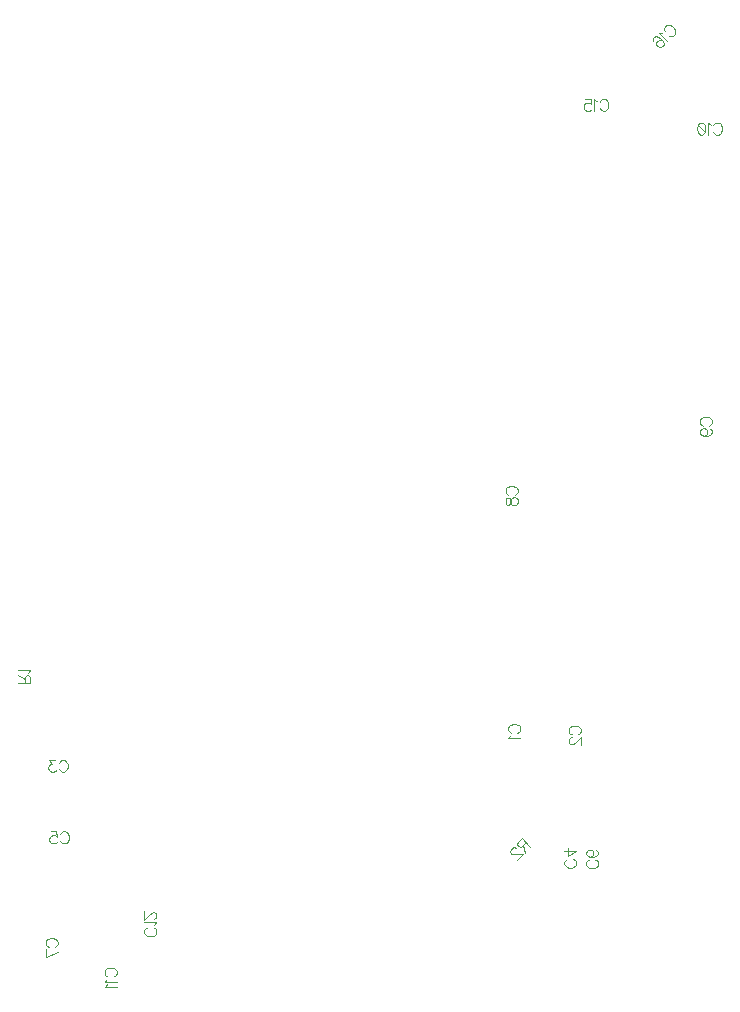
<source format=gbr>
G04 DipTrace 4.2.0.0*
G04 Bottom Silk.gbr*
%MOMM*%
G04 #@! TF.FileFunction,Legend,Bot*
G04 #@! TF.Part,Single*
%ADD123C,0.11111*%
%FSLAX35Y35*%
G04*
G71*
G90*
G75*
G01*
G04 BotSilk*
%LPD*%
X7051617Y4243253D2*
D123*
X7041958Y4248082D1*
X7032188Y4257853D1*
X7027358Y4267511D1*
Y4286940D1*
X7032188Y4296711D1*
X7041958Y4306370D1*
X7051617Y4311311D1*
X7066217Y4316140D1*
X7090588D1*
X7105075Y4311311D1*
X7114846Y4306370D1*
X7124504Y4296711D1*
X7129446Y4286940D1*
Y4267511D1*
X7124504Y4257853D1*
X7114846Y4248082D1*
X7105075Y4243253D1*
X7046900Y4221030D2*
X7041958Y4211260D1*
X7027471Y4196660D1*
X7129446D1*
X7563344Y4230040D2*
X7553686Y4234869D1*
X7543915Y4244640D1*
X7539085Y4254298D1*
Y4273727D1*
X7543914Y4283498D1*
X7553685Y4293157D1*
X7563343Y4298098D1*
X7577943Y4302928D1*
X7602314D1*
X7616801Y4298099D1*
X7626572Y4293158D1*
X7636231Y4283500D1*
X7641173Y4273729D1*
Y4254300D1*
X7636232Y4244641D1*
X7626573Y4234870D1*
X7616803Y4230041D1*
X7563457Y4202876D2*
X7558628D1*
X7548857Y4198047D1*
X7544028Y4193217D1*
X7539199Y4183446D1*
Y4164017D1*
X7544029Y4154359D1*
X7548858Y4149530D1*
X7558629Y4144588D1*
X7568287Y4144589D1*
X7578058Y4149530D1*
X7592546Y4159189D1*
X7641174Y4207819D1*
X7641175Y4139761D1*
X3223406Y3988863D2*
X3228236Y3998522D1*
X3238006Y4008292D1*
X3247665Y4013122D1*
X3267094D1*
X3276865Y4008292D1*
X3286523Y3998522D1*
X3291465Y3988863D1*
X3296294Y3974263D1*
Y3949892D1*
X3291465Y3935405D1*
X3286523Y3925634D1*
X3276865Y3915976D1*
X3267094Y3911034D1*
X3247665D1*
X3238006Y3915976D1*
X3228236Y3925634D1*
X3223406Y3935405D1*
X3191414Y4013009D2*
X3138067D1*
X3167155Y3974151D1*
X3152555D1*
X3142897Y3969322D1*
X3138067Y3964492D1*
X3133126Y3949892D1*
Y3940234D1*
X3138067Y3925634D1*
X3147726Y3915863D1*
X3162326Y3911034D1*
X3176926D1*
X3191414Y3915863D1*
X3196243Y3920805D1*
X3201184Y3930463D1*
X7578767Y3173812D2*
X7588425Y3168983D1*
X7598196Y3159212D1*
X7603025Y3149554D1*
Y3130125D1*
X7598196Y3120354D1*
X7588425Y3110695D1*
X7578767Y3105754D1*
X7564167Y3100925D1*
X7539796D1*
X7525308Y3105754D1*
X7515537Y3110695D1*
X7505879Y3120354D1*
X7500937Y3130125D1*
Y3149554D1*
X7505879Y3159212D1*
X7515537Y3168983D1*
X7525308Y3173812D1*
X7500937Y3244664D2*
X7602913D1*
X7534967Y3196034D1*
Y3268922D1*
X3233406Y3383997D2*
X3238236Y3393655D1*
X3248006Y3403426D1*
X3257665Y3408255D1*
X3277094D1*
X3286865Y3403426D1*
X3296523Y3393655D1*
X3301465Y3383997D1*
X3306294Y3369397D1*
Y3345026D1*
X3301465Y3330538D1*
X3296523Y3320767D1*
X3286865Y3311109D1*
X3277094Y3306167D1*
X3257665D1*
X3248006Y3311109D1*
X3238236Y3320767D1*
X3233406Y3330538D1*
X3152897Y3408143D2*
X3201414D1*
X3206243Y3364455D1*
X3201414Y3369284D1*
X3186814Y3374226D1*
X3172326D1*
X3157726Y3369284D1*
X3147955Y3359626D1*
X3143126Y3345026D1*
Y3335367D1*
X3147955Y3320767D1*
X3157726Y3310997D1*
X3172326Y3306167D1*
X3186814D1*
X3201414Y3310997D1*
X3206243Y3315938D1*
X3211184Y3325597D1*
X7763597Y3168698D2*
X7773255Y3163868D1*
X7783026Y3154098D1*
X7787855Y3144439D1*
Y3125010D1*
X7783026Y3115239D1*
X7773255Y3105581D1*
X7763597Y3100639D1*
X7748997Y3095810D1*
X7724626D1*
X7710138Y3100639D1*
X7700367Y3105581D1*
X7690709Y3115239D1*
X7685767Y3125010D1*
Y3144439D1*
X7690709Y3154098D1*
X7700367Y3163868D1*
X7710138Y3168698D1*
X7773255Y3249208D2*
X7782914Y3244378D1*
X7787743Y3229778D1*
Y3220120D1*
X7782914Y3205520D1*
X7768314Y3195749D1*
X7744055Y3190920D1*
X7719797D1*
X7700367Y3195749D1*
X7690597Y3205520D1*
X7685767Y3220120D1*
Y3224949D1*
X7690597Y3239437D1*
X7700367Y3249208D1*
X7714967Y3254037D1*
X7719797D1*
X7734397Y3249208D1*
X7744055Y3239437D1*
X7748884Y3224949D1*
Y3220120D1*
X7744055Y3205520D1*
X7734397Y3195749D1*
X7719797Y3190920D1*
X3135987Y2430370D2*
X3126328Y2435199D1*
X3116558Y2444970D1*
X3111728Y2454628D1*
Y2474058D1*
X3116558Y2483828D1*
X3126328Y2493487D1*
X3135987Y2498428D1*
X3150587Y2503258D1*
X3174958D1*
X3189445Y2498428D1*
X3199216Y2493487D1*
X3208874Y2483828D1*
X3213816Y2474058D1*
Y2454628D1*
X3208874Y2444970D1*
X3199216Y2435199D1*
X3189445Y2430370D1*
X3213816Y2388718D2*
X3111841Y2340089D1*
Y2408148D1*
X7028806Y6258664D2*
X7019148Y6263493D1*
X7009377Y6273263D1*
X7004547Y6282921D1*
Y6302351D1*
X7009375Y6312122D1*
X7019146Y6321780D1*
X7028804Y6326722D1*
X7043404Y6331552D1*
X7067775Y6331553D1*
X7082263Y6326724D1*
X7092034Y6321783D1*
X7101692Y6312125D1*
X7106634Y6302354D1*
X7106635Y6282925D1*
X7101694Y6273266D1*
X7092036Y6263495D1*
X7082265Y6258666D1*
X7004662Y6212182D2*
X7009491Y6226670D1*
X7019149Y6231612D1*
X7028920D1*
X7038578Y6226671D1*
X7043520Y6217013D1*
X7048350Y6197584D1*
X7053180Y6182984D1*
X7062951Y6173326D1*
X7072609Y6168497D1*
X7087209D1*
X7096868Y6173327D1*
X7101809Y6178156D1*
X7106638Y6192756D1*
X7106637Y6212186D1*
X7101808Y6226673D1*
X7096866Y6231615D1*
X7087207Y6236444D1*
X7072607Y6236443D1*
X7062949Y6231613D1*
X7053178Y6221842D1*
X7048350Y6207355D1*
X7043521Y6187925D1*
X7038580Y6178154D1*
X7028922Y6173325D1*
X7019151Y6173324D1*
X7009492Y6178153D1*
X7004662Y6192753D1*
Y6212182D1*
X8673221Y6844022D2*
X8663563Y6848851D1*
X8653792Y6858621D1*
X8648962Y6868280D1*
Y6887709D1*
X8653791Y6897480D1*
X8663562Y6907138D1*
X8673220Y6912080D1*
X8687820Y6916910D1*
X8712191D1*
X8726678Y6912081D1*
X8736449Y6907140D1*
X8746108Y6897482D1*
X8751050Y6887711D1*
Y6868282D1*
X8746109Y6858623D1*
X8736450Y6848852D1*
X8726680Y6844023D1*
X8682993Y6758570D2*
X8697593Y6763512D1*
X8707364Y6773171D1*
X8712193Y6787771D1*
Y6792600D1*
X8707363Y6807200D1*
X8697592Y6816858D1*
X8682992Y6821800D1*
X8678163D1*
X8663563Y6816858D1*
X8653905Y6807199D1*
X8649076Y6792599D1*
Y6787770D1*
X8653906Y6773170D1*
X8663564Y6763512D1*
X8682993Y6758570D1*
X8707364Y6758571D1*
X8731623Y6763513D1*
X8746222Y6773172D1*
X8751051Y6787772D1*
Y6797430D1*
X8746222Y6812030D1*
X8736451Y6816859D1*
X8763772Y9385025D2*
X8768601Y9394684D1*
X8778372Y9404455D1*
X8788030Y9409284D1*
X8807460D1*
X8817230Y9404455D1*
X8826889Y9394685D1*
X8831831Y9385027D1*
X8836660Y9370427D1*
X8836661Y9346056D1*
X8831832Y9331568D1*
X8826891Y9321797D1*
X8817232Y9312138D1*
X8807462Y9307197D1*
X8788033Y9307196D1*
X8778374Y9312138D1*
X8768603Y9321796D1*
X8763774Y9331567D1*
X8741550Y9389741D2*
X8731779Y9394683D1*
X8717179Y9409170D1*
X8717181Y9307195D1*
X8665757Y9409169D2*
X8680357Y9404340D1*
X8690128Y9389740D1*
X8694958Y9365482D1*
Y9350882D1*
X8690129Y9326623D1*
X8680359Y9312023D1*
X8665759Y9307194D1*
X8656100Y9307193D1*
X8641500Y9312022D1*
X8631842Y9326622D1*
X8626899Y9350880D1*
Y9365480D1*
X8631840Y9389739D1*
X8641498Y9404339D1*
X8656098Y9409169D1*
X8665757D1*
X8631840Y9389739D2*
X8690129Y9326623D1*
X3634222Y2181353D2*
X3624564Y2186182D1*
X3614793Y2195952D1*
X3609963Y2205611D1*
Y2225040D1*
X3614792Y2234811D1*
X3624563Y2244469D1*
X3634221Y2249411D1*
X3648821Y2254240D1*
X3673192Y2254241D1*
X3687679Y2249412D1*
X3697450Y2244471D1*
X3707109Y2234812D1*
X3712051Y2225042D1*
Y2205612D1*
X3707110Y2195954D1*
X3697451Y2186183D1*
X3687681Y2181354D1*
X3629506Y2159130D2*
X3624564Y2149359D1*
X3610077Y2134759D1*
X3712052Y2134761D1*
X3629506Y2112537D2*
X3624565Y2102766D1*
X3610078Y2088166D1*
X3712053Y2088168D1*
X4024323Y2592937D2*
X4033982Y2588108D1*
X4043752Y2578337D1*
X4048582Y2568679D1*
Y2549249D1*
X4043752Y2539479D1*
X4033982Y2529820D1*
X4024323Y2524879D1*
X4009723Y2520049D1*
X3985352D1*
X3970865Y2524879D1*
X3961094Y2529820D1*
X3951436Y2539479D1*
X3946494Y2549249D1*
Y2568679D1*
X3951436Y2578337D1*
X3961094Y2588108D1*
X3970865Y2592937D1*
X4029040Y2615159D2*
X4033982Y2624930D1*
X4048469Y2639530D1*
X3946494D1*
X4024211Y2666694D2*
X4029040D1*
X4038811Y2671523D1*
X4043640Y2676352D1*
X4048469Y2686123D1*
Y2705552D1*
X4043640Y2715211D1*
X4038811Y2720040D1*
X4029040Y2724981D1*
X4019382D1*
X4009611Y2720040D1*
X3995123Y2710381D1*
X3946494Y2661752D1*
Y2729811D1*
X7802999Y9585764D2*
X7807828Y9595423D1*
X7817599Y9605194D1*
X7827257Y9610023D1*
X7846686Y9610024D1*
X7856457Y9605195D1*
X7866116Y9595424D1*
X7871058Y9585766D1*
X7875888Y9571166D1*
Y9546795D1*
X7871059Y9532307D1*
X7866118Y9522537D1*
X7856460Y9512878D1*
X7846689Y9507936D1*
X7827260Y9507935D1*
X7817602Y9512877D1*
X7807831Y9522535D1*
X7803001Y9532305D1*
X7780777Y9590480D2*
X7771006Y9595421D1*
X7756406Y9609909D1*
X7756409Y9507933D1*
X7675896Y9609906D2*
X7724413Y9609908D1*
X7729243Y9566220D1*
X7724414Y9571049D1*
X7709814Y9575990D1*
X7695326D1*
X7680726Y9571048D1*
X7670956Y9561389D1*
X7666127Y9546789D1*
Y9537131D1*
X7670957Y9522531D1*
X7680728Y9512760D1*
X7695328Y9507932D1*
X7709816D1*
X7724416Y9512762D1*
X7729245Y9517703D1*
X7734186Y9527362D1*
X8350286Y10183666D2*
X8346871Y10193910D1*
Y10207728D1*
X8350285Y10217972D1*
X8364024Y10231711D1*
X8374347Y10235206D1*
X8388086Y10235127D1*
X8398410Y10231791D1*
X8412148Y10224883D1*
X8429382Y10207651D1*
X8436211Y10193992D1*
X8439627Y10183588D1*
Y10169929D1*
X8436212Y10159526D1*
X8422474Y10145787D1*
X8412150Y10142452D1*
X8398412Y10142372D1*
X8388088Y10145866D1*
X8331238Y10171287D2*
X8320835Y10167872D1*
X8300267Y10167792D1*
X8372376Y10095686D1*
X8253583Y10100618D2*
X8250168Y10110862D1*
X8257077Y10124601D1*
X8263906Y10131430D1*
X8277645Y10138340D1*
X8294878Y10134925D1*
X8315446Y10121187D1*
X8332600Y10104034D1*
X8342924Y10086881D1*
Y10073063D1*
X8336016Y10059325D1*
X8332601Y10055910D1*
X8318942Y10049080D1*
X8305124D1*
X8291385Y10055988D1*
X8287970Y10059403D1*
X8281061Y10073141D1*
X8281140Y10086880D1*
X8287969Y10100539D1*
X8291384Y10103954D1*
X8305123Y10110863D1*
X8318861Y10110943D1*
X8332600Y10104034D1*
X2932469Y4660274D2*
Y4703962D1*
X2937411Y4718562D1*
X2942240Y4723504D1*
X2951898Y4728333D1*
X2961669D1*
X2971328Y4723504D1*
X2976269Y4718562D1*
X2981098Y4703962D1*
Y4660274D1*
X2879011D1*
X2932469Y4694304D2*
X2879011Y4728333D1*
X2961557Y4750555D2*
X2966498Y4760326D1*
X2980986Y4774926D1*
X2879011D1*
X7177039Y3314892D2*
X7146147Y3284000D1*
X7132329Y3277171D1*
X7125420Y3277092D1*
X7115176Y3280506D1*
X7108267Y3287415D1*
X7104852Y3297660D1*
Y3304648D1*
X7111761Y3318387D1*
X7142653Y3349278D1*
X7214840Y3277092D1*
X7152977Y3290830D2*
X7166715Y3228967D1*
X7092553Y3264713D2*
X7089138Y3268128D1*
X7078815Y3271622D1*
X7071985D1*
X7061661Y3268128D1*
X7047923Y3254390D1*
X7044508Y3244145D1*
Y3237316D1*
X7047923Y3226913D1*
X7054752Y3220083D1*
X7065156Y3216668D1*
X7082229Y3213253D1*
X7151002D1*
X7102877Y3165129D1*
M02*

</source>
